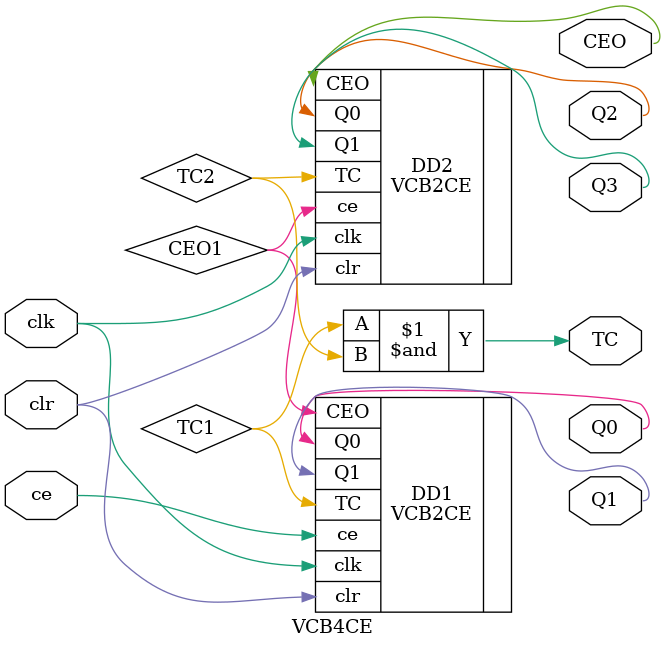
<source format=v>
module VCB4CE ( input ce, output wire Q0, 
                input clk, output wire Q1, 
                input clr, output wire Q2, 
     output wire Q3, 
     output wire TC, 
     output wire CEO
); 
wire CEO1, TC1, TC2; 
assign TC = TC1 & TC2; 
VCB2CE DD1 (.ce(ce), .Q0(Q0), 
         .clk(clk), .Q1(Q1), 
   .clr(clr), .TC(TC1), 
    .CEO(CEO1)); 
 
VCB2CE DD2 (.ce(CEO1),  .Q0(Q2), 
         .clk(clk), .Q1(Q3), 
         .clr(clr),  .TC(TC2), 
    .CEO(CEO)); 
endmodule
</source>
